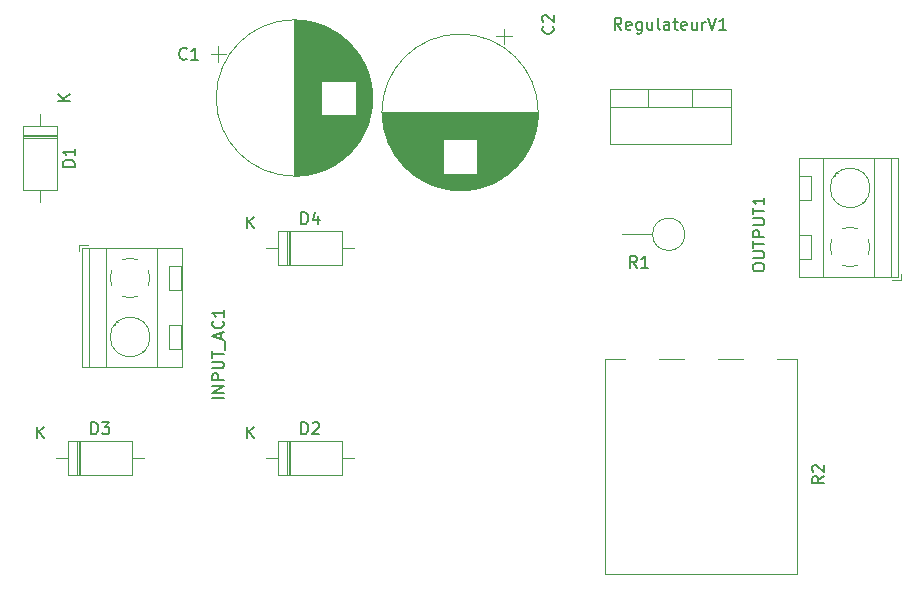
<source format=gbr>
%TF.GenerationSoftware,KiCad,Pcbnew,8.0.4*%
%TF.CreationDate,2024-08-26T23:26:11+02:00*%
%TF.ProjectId,regulateur_tension,72656775-6c61-4746-9575-725f74656e73,rev?*%
%TF.SameCoordinates,Original*%
%TF.FileFunction,Legend,Top*%
%TF.FilePolarity,Positive*%
%FSLAX46Y46*%
G04 Gerber Fmt 4.6, Leading zero omitted, Abs format (unit mm)*
G04 Created by KiCad (PCBNEW 8.0.4) date 2024-08-26 23:26:11*
%MOMM*%
%LPD*%
G01*
G04 APERTURE LIST*
%ADD10C,0.150000*%
%ADD11C,0.120000*%
G04 APERTURE END LIST*
D10*
X38554819Y-49434285D02*
X37554819Y-49434285D01*
X38554819Y-48958095D02*
X37554819Y-48958095D01*
X37554819Y-48958095D02*
X38554819Y-48386667D01*
X38554819Y-48386667D02*
X37554819Y-48386667D01*
X38554819Y-47910476D02*
X37554819Y-47910476D01*
X37554819Y-47910476D02*
X37554819Y-47529524D01*
X37554819Y-47529524D02*
X37602438Y-47434286D01*
X37602438Y-47434286D02*
X37650057Y-47386667D01*
X37650057Y-47386667D02*
X37745295Y-47339048D01*
X37745295Y-47339048D02*
X37888152Y-47339048D01*
X37888152Y-47339048D02*
X37983390Y-47386667D01*
X37983390Y-47386667D02*
X38031009Y-47434286D01*
X38031009Y-47434286D02*
X38078628Y-47529524D01*
X38078628Y-47529524D02*
X38078628Y-47910476D01*
X37554819Y-46910476D02*
X38364342Y-46910476D01*
X38364342Y-46910476D02*
X38459580Y-46862857D01*
X38459580Y-46862857D02*
X38507200Y-46815238D01*
X38507200Y-46815238D02*
X38554819Y-46720000D01*
X38554819Y-46720000D02*
X38554819Y-46529524D01*
X38554819Y-46529524D02*
X38507200Y-46434286D01*
X38507200Y-46434286D02*
X38459580Y-46386667D01*
X38459580Y-46386667D02*
X38364342Y-46339048D01*
X38364342Y-46339048D02*
X37554819Y-46339048D01*
X37554819Y-46005714D02*
X37554819Y-45434286D01*
X38554819Y-45720000D02*
X37554819Y-45720000D01*
X38650057Y-45339048D02*
X38650057Y-44577143D01*
X38269104Y-44386666D02*
X38269104Y-43910476D01*
X38554819Y-44481904D02*
X37554819Y-44148571D01*
X37554819Y-44148571D02*
X38554819Y-43815238D01*
X38459580Y-42910476D02*
X38507200Y-42958095D01*
X38507200Y-42958095D02*
X38554819Y-43100952D01*
X38554819Y-43100952D02*
X38554819Y-43196190D01*
X38554819Y-43196190D02*
X38507200Y-43339047D01*
X38507200Y-43339047D02*
X38411961Y-43434285D01*
X38411961Y-43434285D02*
X38316723Y-43481904D01*
X38316723Y-43481904D02*
X38126247Y-43529523D01*
X38126247Y-43529523D02*
X37983390Y-43529523D01*
X37983390Y-43529523D02*
X37792914Y-43481904D01*
X37792914Y-43481904D02*
X37697676Y-43434285D01*
X37697676Y-43434285D02*
X37602438Y-43339047D01*
X37602438Y-43339047D02*
X37554819Y-43196190D01*
X37554819Y-43196190D02*
X37554819Y-43100952D01*
X37554819Y-43100952D02*
X37602438Y-42958095D01*
X37602438Y-42958095D02*
X37650057Y-42910476D01*
X38554819Y-41958095D02*
X38554819Y-42529523D01*
X38554819Y-42243809D02*
X37554819Y-42243809D01*
X37554819Y-42243809D02*
X37697676Y-42339047D01*
X37697676Y-42339047D02*
X37792914Y-42434285D01*
X37792914Y-42434285D02*
X37840533Y-42529523D01*
X45101905Y-52474819D02*
X45101905Y-51474819D01*
X45101905Y-51474819D02*
X45340000Y-51474819D01*
X45340000Y-51474819D02*
X45482857Y-51522438D01*
X45482857Y-51522438D02*
X45578095Y-51617676D01*
X45578095Y-51617676D02*
X45625714Y-51712914D01*
X45625714Y-51712914D02*
X45673333Y-51903390D01*
X45673333Y-51903390D02*
X45673333Y-52046247D01*
X45673333Y-52046247D02*
X45625714Y-52236723D01*
X45625714Y-52236723D02*
X45578095Y-52331961D01*
X45578095Y-52331961D02*
X45482857Y-52427200D01*
X45482857Y-52427200D02*
X45340000Y-52474819D01*
X45340000Y-52474819D02*
X45101905Y-52474819D01*
X46054286Y-51570057D02*
X46101905Y-51522438D01*
X46101905Y-51522438D02*
X46197143Y-51474819D01*
X46197143Y-51474819D02*
X46435238Y-51474819D01*
X46435238Y-51474819D02*
X46530476Y-51522438D01*
X46530476Y-51522438D02*
X46578095Y-51570057D01*
X46578095Y-51570057D02*
X46625714Y-51665295D01*
X46625714Y-51665295D02*
X46625714Y-51760533D01*
X46625714Y-51760533D02*
X46578095Y-51903390D01*
X46578095Y-51903390D02*
X46006667Y-52474819D01*
X46006667Y-52474819D02*
X46625714Y-52474819D01*
X40498095Y-52844819D02*
X40498095Y-51844819D01*
X41069523Y-52844819D02*
X40640952Y-52273390D01*
X41069523Y-51844819D02*
X40498095Y-52416247D01*
X25904819Y-29828094D02*
X24904819Y-29828094D01*
X24904819Y-29828094D02*
X24904819Y-29589999D01*
X24904819Y-29589999D02*
X24952438Y-29447142D01*
X24952438Y-29447142D02*
X25047676Y-29351904D01*
X25047676Y-29351904D02*
X25142914Y-29304285D01*
X25142914Y-29304285D02*
X25333390Y-29256666D01*
X25333390Y-29256666D02*
X25476247Y-29256666D01*
X25476247Y-29256666D02*
X25666723Y-29304285D01*
X25666723Y-29304285D02*
X25761961Y-29351904D01*
X25761961Y-29351904D02*
X25857200Y-29447142D01*
X25857200Y-29447142D02*
X25904819Y-29589999D01*
X25904819Y-29589999D02*
X25904819Y-29828094D01*
X25904819Y-28304285D02*
X25904819Y-28875713D01*
X25904819Y-28589999D02*
X24904819Y-28589999D01*
X24904819Y-28589999D02*
X25047676Y-28685237D01*
X25047676Y-28685237D02*
X25142914Y-28780475D01*
X25142914Y-28780475D02*
X25190533Y-28875713D01*
X25534819Y-24271904D02*
X24534819Y-24271904D01*
X25534819Y-23700476D02*
X24963390Y-24129047D01*
X24534819Y-23700476D02*
X25106247Y-24271904D01*
X66399580Y-17946666D02*
X66447200Y-17994285D01*
X66447200Y-17994285D02*
X66494819Y-18137142D01*
X66494819Y-18137142D02*
X66494819Y-18232380D01*
X66494819Y-18232380D02*
X66447200Y-18375237D01*
X66447200Y-18375237D02*
X66351961Y-18470475D01*
X66351961Y-18470475D02*
X66256723Y-18518094D01*
X66256723Y-18518094D02*
X66066247Y-18565713D01*
X66066247Y-18565713D02*
X65923390Y-18565713D01*
X65923390Y-18565713D02*
X65732914Y-18518094D01*
X65732914Y-18518094D02*
X65637676Y-18470475D01*
X65637676Y-18470475D02*
X65542438Y-18375237D01*
X65542438Y-18375237D02*
X65494819Y-18232380D01*
X65494819Y-18232380D02*
X65494819Y-18137142D01*
X65494819Y-18137142D02*
X65542438Y-17994285D01*
X65542438Y-17994285D02*
X65590057Y-17946666D01*
X65590057Y-17565713D02*
X65542438Y-17518094D01*
X65542438Y-17518094D02*
X65494819Y-17422856D01*
X65494819Y-17422856D02*
X65494819Y-17184761D01*
X65494819Y-17184761D02*
X65542438Y-17089523D01*
X65542438Y-17089523D02*
X65590057Y-17041904D01*
X65590057Y-17041904D02*
X65685295Y-16994285D01*
X65685295Y-16994285D02*
X65780533Y-16994285D01*
X65780533Y-16994285D02*
X65923390Y-17041904D01*
X65923390Y-17041904D02*
X66494819Y-17613332D01*
X66494819Y-17613332D02*
X66494819Y-16994285D01*
X27321905Y-52474819D02*
X27321905Y-51474819D01*
X27321905Y-51474819D02*
X27560000Y-51474819D01*
X27560000Y-51474819D02*
X27702857Y-51522438D01*
X27702857Y-51522438D02*
X27798095Y-51617676D01*
X27798095Y-51617676D02*
X27845714Y-51712914D01*
X27845714Y-51712914D02*
X27893333Y-51903390D01*
X27893333Y-51903390D02*
X27893333Y-52046247D01*
X27893333Y-52046247D02*
X27845714Y-52236723D01*
X27845714Y-52236723D02*
X27798095Y-52331961D01*
X27798095Y-52331961D02*
X27702857Y-52427200D01*
X27702857Y-52427200D02*
X27560000Y-52474819D01*
X27560000Y-52474819D02*
X27321905Y-52474819D01*
X28226667Y-51474819D02*
X28845714Y-51474819D01*
X28845714Y-51474819D02*
X28512381Y-51855771D01*
X28512381Y-51855771D02*
X28655238Y-51855771D01*
X28655238Y-51855771D02*
X28750476Y-51903390D01*
X28750476Y-51903390D02*
X28798095Y-51951009D01*
X28798095Y-51951009D02*
X28845714Y-52046247D01*
X28845714Y-52046247D02*
X28845714Y-52284342D01*
X28845714Y-52284342D02*
X28798095Y-52379580D01*
X28798095Y-52379580D02*
X28750476Y-52427200D01*
X28750476Y-52427200D02*
X28655238Y-52474819D01*
X28655238Y-52474819D02*
X28369524Y-52474819D01*
X28369524Y-52474819D02*
X28274286Y-52427200D01*
X28274286Y-52427200D02*
X28226667Y-52379580D01*
X22718095Y-52844819D02*
X22718095Y-51844819D01*
X23289523Y-52844819D02*
X22860952Y-52273390D01*
X23289523Y-51844819D02*
X22718095Y-52416247D01*
X45101905Y-34694819D02*
X45101905Y-33694819D01*
X45101905Y-33694819D02*
X45340000Y-33694819D01*
X45340000Y-33694819D02*
X45482857Y-33742438D01*
X45482857Y-33742438D02*
X45578095Y-33837676D01*
X45578095Y-33837676D02*
X45625714Y-33932914D01*
X45625714Y-33932914D02*
X45673333Y-34123390D01*
X45673333Y-34123390D02*
X45673333Y-34266247D01*
X45673333Y-34266247D02*
X45625714Y-34456723D01*
X45625714Y-34456723D02*
X45578095Y-34551961D01*
X45578095Y-34551961D02*
X45482857Y-34647200D01*
X45482857Y-34647200D02*
X45340000Y-34694819D01*
X45340000Y-34694819D02*
X45101905Y-34694819D01*
X46530476Y-34028152D02*
X46530476Y-34694819D01*
X46292381Y-33647200D02*
X46054286Y-34361485D01*
X46054286Y-34361485D02*
X46673333Y-34361485D01*
X40498095Y-35064819D02*
X40498095Y-34064819D01*
X41069523Y-35064819D02*
X40640952Y-34493390D01*
X41069523Y-34064819D02*
X40498095Y-34636247D01*
X73493333Y-38384819D02*
X73160000Y-37908628D01*
X72921905Y-38384819D02*
X72921905Y-37384819D01*
X72921905Y-37384819D02*
X73302857Y-37384819D01*
X73302857Y-37384819D02*
X73398095Y-37432438D01*
X73398095Y-37432438D02*
X73445714Y-37480057D01*
X73445714Y-37480057D02*
X73493333Y-37575295D01*
X73493333Y-37575295D02*
X73493333Y-37718152D01*
X73493333Y-37718152D02*
X73445714Y-37813390D01*
X73445714Y-37813390D02*
X73398095Y-37861009D01*
X73398095Y-37861009D02*
X73302857Y-37908628D01*
X73302857Y-37908628D02*
X72921905Y-37908628D01*
X74445714Y-38384819D02*
X73874286Y-38384819D01*
X74160000Y-38384819D02*
X74160000Y-37384819D01*
X74160000Y-37384819D02*
X74064762Y-37527676D01*
X74064762Y-37527676D02*
X73969524Y-37622914D01*
X73969524Y-37622914D02*
X73874286Y-37670533D01*
X72200951Y-18234819D02*
X71867618Y-17758628D01*
X71629523Y-18234819D02*
X71629523Y-17234819D01*
X71629523Y-17234819D02*
X72010475Y-17234819D01*
X72010475Y-17234819D02*
X72105713Y-17282438D01*
X72105713Y-17282438D02*
X72153332Y-17330057D01*
X72153332Y-17330057D02*
X72200951Y-17425295D01*
X72200951Y-17425295D02*
X72200951Y-17568152D01*
X72200951Y-17568152D02*
X72153332Y-17663390D01*
X72153332Y-17663390D02*
X72105713Y-17711009D01*
X72105713Y-17711009D02*
X72010475Y-17758628D01*
X72010475Y-17758628D02*
X71629523Y-17758628D01*
X73010475Y-18187200D02*
X72915237Y-18234819D01*
X72915237Y-18234819D02*
X72724761Y-18234819D01*
X72724761Y-18234819D02*
X72629523Y-18187200D01*
X72629523Y-18187200D02*
X72581904Y-18091961D01*
X72581904Y-18091961D02*
X72581904Y-17711009D01*
X72581904Y-17711009D02*
X72629523Y-17615771D01*
X72629523Y-17615771D02*
X72724761Y-17568152D01*
X72724761Y-17568152D02*
X72915237Y-17568152D01*
X72915237Y-17568152D02*
X73010475Y-17615771D01*
X73010475Y-17615771D02*
X73058094Y-17711009D01*
X73058094Y-17711009D02*
X73058094Y-17806247D01*
X73058094Y-17806247D02*
X72581904Y-17901485D01*
X73915237Y-17568152D02*
X73915237Y-18377676D01*
X73915237Y-18377676D02*
X73867618Y-18472914D01*
X73867618Y-18472914D02*
X73819999Y-18520533D01*
X73819999Y-18520533D02*
X73724761Y-18568152D01*
X73724761Y-18568152D02*
X73581904Y-18568152D01*
X73581904Y-18568152D02*
X73486666Y-18520533D01*
X73915237Y-18187200D02*
X73819999Y-18234819D01*
X73819999Y-18234819D02*
X73629523Y-18234819D01*
X73629523Y-18234819D02*
X73534285Y-18187200D01*
X73534285Y-18187200D02*
X73486666Y-18139580D01*
X73486666Y-18139580D02*
X73439047Y-18044342D01*
X73439047Y-18044342D02*
X73439047Y-17758628D01*
X73439047Y-17758628D02*
X73486666Y-17663390D01*
X73486666Y-17663390D02*
X73534285Y-17615771D01*
X73534285Y-17615771D02*
X73629523Y-17568152D01*
X73629523Y-17568152D02*
X73819999Y-17568152D01*
X73819999Y-17568152D02*
X73915237Y-17615771D01*
X74819999Y-17568152D02*
X74819999Y-18234819D01*
X74391428Y-17568152D02*
X74391428Y-18091961D01*
X74391428Y-18091961D02*
X74439047Y-18187200D01*
X74439047Y-18187200D02*
X74534285Y-18234819D01*
X74534285Y-18234819D02*
X74677142Y-18234819D01*
X74677142Y-18234819D02*
X74772380Y-18187200D01*
X74772380Y-18187200D02*
X74819999Y-18139580D01*
X75439047Y-18234819D02*
X75343809Y-18187200D01*
X75343809Y-18187200D02*
X75296190Y-18091961D01*
X75296190Y-18091961D02*
X75296190Y-17234819D01*
X76248571Y-18234819D02*
X76248571Y-17711009D01*
X76248571Y-17711009D02*
X76200952Y-17615771D01*
X76200952Y-17615771D02*
X76105714Y-17568152D01*
X76105714Y-17568152D02*
X75915238Y-17568152D01*
X75915238Y-17568152D02*
X75820000Y-17615771D01*
X76248571Y-18187200D02*
X76153333Y-18234819D01*
X76153333Y-18234819D02*
X75915238Y-18234819D01*
X75915238Y-18234819D02*
X75820000Y-18187200D01*
X75820000Y-18187200D02*
X75772381Y-18091961D01*
X75772381Y-18091961D02*
X75772381Y-17996723D01*
X75772381Y-17996723D02*
X75820000Y-17901485D01*
X75820000Y-17901485D02*
X75915238Y-17853866D01*
X75915238Y-17853866D02*
X76153333Y-17853866D01*
X76153333Y-17853866D02*
X76248571Y-17806247D01*
X76581905Y-17568152D02*
X76962857Y-17568152D01*
X76724762Y-17234819D02*
X76724762Y-18091961D01*
X76724762Y-18091961D02*
X76772381Y-18187200D01*
X76772381Y-18187200D02*
X76867619Y-18234819D01*
X76867619Y-18234819D02*
X76962857Y-18234819D01*
X77677143Y-18187200D02*
X77581905Y-18234819D01*
X77581905Y-18234819D02*
X77391429Y-18234819D01*
X77391429Y-18234819D02*
X77296191Y-18187200D01*
X77296191Y-18187200D02*
X77248572Y-18091961D01*
X77248572Y-18091961D02*
X77248572Y-17711009D01*
X77248572Y-17711009D02*
X77296191Y-17615771D01*
X77296191Y-17615771D02*
X77391429Y-17568152D01*
X77391429Y-17568152D02*
X77581905Y-17568152D01*
X77581905Y-17568152D02*
X77677143Y-17615771D01*
X77677143Y-17615771D02*
X77724762Y-17711009D01*
X77724762Y-17711009D02*
X77724762Y-17806247D01*
X77724762Y-17806247D02*
X77248572Y-17901485D01*
X78581905Y-17568152D02*
X78581905Y-18234819D01*
X78153334Y-17568152D02*
X78153334Y-18091961D01*
X78153334Y-18091961D02*
X78200953Y-18187200D01*
X78200953Y-18187200D02*
X78296191Y-18234819D01*
X78296191Y-18234819D02*
X78439048Y-18234819D01*
X78439048Y-18234819D02*
X78534286Y-18187200D01*
X78534286Y-18187200D02*
X78581905Y-18139580D01*
X79058096Y-18234819D02*
X79058096Y-17568152D01*
X79058096Y-17758628D02*
X79105715Y-17663390D01*
X79105715Y-17663390D02*
X79153334Y-17615771D01*
X79153334Y-17615771D02*
X79248572Y-17568152D01*
X79248572Y-17568152D02*
X79343810Y-17568152D01*
X79534287Y-17234819D02*
X79867620Y-18234819D01*
X79867620Y-18234819D02*
X80200953Y-17234819D01*
X81058096Y-18234819D02*
X80486668Y-18234819D01*
X80772382Y-18234819D02*
X80772382Y-17234819D01*
X80772382Y-17234819D02*
X80677144Y-17377676D01*
X80677144Y-17377676D02*
X80581906Y-17472914D01*
X80581906Y-17472914D02*
X80486668Y-17520533D01*
X35393333Y-20679580D02*
X35345714Y-20727200D01*
X35345714Y-20727200D02*
X35202857Y-20774819D01*
X35202857Y-20774819D02*
X35107619Y-20774819D01*
X35107619Y-20774819D02*
X34964762Y-20727200D01*
X34964762Y-20727200D02*
X34869524Y-20631961D01*
X34869524Y-20631961D02*
X34821905Y-20536723D01*
X34821905Y-20536723D02*
X34774286Y-20346247D01*
X34774286Y-20346247D02*
X34774286Y-20203390D01*
X34774286Y-20203390D02*
X34821905Y-20012914D01*
X34821905Y-20012914D02*
X34869524Y-19917676D01*
X34869524Y-19917676D02*
X34964762Y-19822438D01*
X34964762Y-19822438D02*
X35107619Y-19774819D01*
X35107619Y-19774819D02*
X35202857Y-19774819D01*
X35202857Y-19774819D02*
X35345714Y-19822438D01*
X35345714Y-19822438D02*
X35393333Y-19870057D01*
X36345714Y-20774819D02*
X35774286Y-20774819D01*
X36060000Y-20774819D02*
X36060000Y-19774819D01*
X36060000Y-19774819D02*
X35964762Y-19917676D01*
X35964762Y-19917676D02*
X35869524Y-20012914D01*
X35869524Y-20012914D02*
X35774286Y-20060533D01*
X89354819Y-56046666D02*
X88878628Y-56379999D01*
X89354819Y-56618094D02*
X88354819Y-56618094D01*
X88354819Y-56618094D02*
X88354819Y-56237142D01*
X88354819Y-56237142D02*
X88402438Y-56141904D01*
X88402438Y-56141904D02*
X88450057Y-56094285D01*
X88450057Y-56094285D02*
X88545295Y-56046666D01*
X88545295Y-56046666D02*
X88688152Y-56046666D01*
X88688152Y-56046666D02*
X88783390Y-56094285D01*
X88783390Y-56094285D02*
X88831009Y-56141904D01*
X88831009Y-56141904D02*
X88878628Y-56237142D01*
X88878628Y-56237142D02*
X88878628Y-56618094D01*
X88450057Y-55665713D02*
X88402438Y-55618094D01*
X88402438Y-55618094D02*
X88354819Y-55522856D01*
X88354819Y-55522856D02*
X88354819Y-55284761D01*
X88354819Y-55284761D02*
X88402438Y-55189523D01*
X88402438Y-55189523D02*
X88450057Y-55141904D01*
X88450057Y-55141904D02*
X88545295Y-55094285D01*
X88545295Y-55094285D02*
X88640533Y-55094285D01*
X88640533Y-55094285D02*
X88783390Y-55141904D01*
X88783390Y-55141904D02*
X89354819Y-55713332D01*
X89354819Y-55713332D02*
X89354819Y-55094285D01*
X83314819Y-38440952D02*
X83314819Y-38250476D01*
X83314819Y-38250476D02*
X83362438Y-38155238D01*
X83362438Y-38155238D02*
X83457676Y-38060000D01*
X83457676Y-38060000D02*
X83648152Y-38012381D01*
X83648152Y-38012381D02*
X83981485Y-38012381D01*
X83981485Y-38012381D02*
X84171961Y-38060000D01*
X84171961Y-38060000D02*
X84267200Y-38155238D01*
X84267200Y-38155238D02*
X84314819Y-38250476D01*
X84314819Y-38250476D02*
X84314819Y-38440952D01*
X84314819Y-38440952D02*
X84267200Y-38536190D01*
X84267200Y-38536190D02*
X84171961Y-38631428D01*
X84171961Y-38631428D02*
X83981485Y-38679047D01*
X83981485Y-38679047D02*
X83648152Y-38679047D01*
X83648152Y-38679047D02*
X83457676Y-38631428D01*
X83457676Y-38631428D02*
X83362438Y-38536190D01*
X83362438Y-38536190D02*
X83314819Y-38440952D01*
X83314819Y-37583809D02*
X84124342Y-37583809D01*
X84124342Y-37583809D02*
X84219580Y-37536190D01*
X84219580Y-37536190D02*
X84267200Y-37488571D01*
X84267200Y-37488571D02*
X84314819Y-37393333D01*
X84314819Y-37393333D02*
X84314819Y-37202857D01*
X84314819Y-37202857D02*
X84267200Y-37107619D01*
X84267200Y-37107619D02*
X84219580Y-37060000D01*
X84219580Y-37060000D02*
X84124342Y-37012381D01*
X84124342Y-37012381D02*
X83314819Y-37012381D01*
X83314819Y-36679047D02*
X83314819Y-36107619D01*
X84314819Y-36393333D02*
X83314819Y-36393333D01*
X84314819Y-35774285D02*
X83314819Y-35774285D01*
X83314819Y-35774285D02*
X83314819Y-35393333D01*
X83314819Y-35393333D02*
X83362438Y-35298095D01*
X83362438Y-35298095D02*
X83410057Y-35250476D01*
X83410057Y-35250476D02*
X83505295Y-35202857D01*
X83505295Y-35202857D02*
X83648152Y-35202857D01*
X83648152Y-35202857D02*
X83743390Y-35250476D01*
X83743390Y-35250476D02*
X83791009Y-35298095D01*
X83791009Y-35298095D02*
X83838628Y-35393333D01*
X83838628Y-35393333D02*
X83838628Y-35774285D01*
X83314819Y-34774285D02*
X84124342Y-34774285D01*
X84124342Y-34774285D02*
X84219580Y-34726666D01*
X84219580Y-34726666D02*
X84267200Y-34679047D01*
X84267200Y-34679047D02*
X84314819Y-34583809D01*
X84314819Y-34583809D02*
X84314819Y-34393333D01*
X84314819Y-34393333D02*
X84267200Y-34298095D01*
X84267200Y-34298095D02*
X84219580Y-34250476D01*
X84219580Y-34250476D02*
X84124342Y-34202857D01*
X84124342Y-34202857D02*
X83314819Y-34202857D01*
X83314819Y-33869523D02*
X83314819Y-33298095D01*
X84314819Y-33583809D02*
X83314819Y-33583809D01*
X84314819Y-32440952D02*
X84314819Y-33012380D01*
X84314819Y-32726666D02*
X83314819Y-32726666D01*
X83314819Y-32726666D02*
X83457676Y-32821904D01*
X83457676Y-32821904D02*
X83552914Y-32917142D01*
X83552914Y-32917142D02*
X83600533Y-33012380D01*
D11*
%TO.C,INPUT_AC1*%
X32280000Y-44250000D02*
G75*
G02*
X28920000Y-44250000I-1680000J0D01*
G01*
X28920000Y-44250000D02*
G75*
G02*
X32280000Y-44250000I1680000J0D01*
G01*
X32135427Y-38566958D02*
G75*
G02*
X32135000Y-39934000I-1535420J-683041D01*
G01*
X31283042Y-40785427D02*
G75*
G02*
X29916000Y-40785000I-683042J1535427D01*
G01*
X29916958Y-37714573D02*
G75*
G02*
X31284000Y-37715000I683041J-1535420D01*
G01*
X29065244Y-39933318D02*
G75*
G02*
X28920000Y-39250000I1534756J683318D01*
G01*
X28919747Y-39278805D02*
G75*
G02*
X29065000Y-38566000I1680254J28806D01*
G01*
X34960000Y-46810000D02*
X26540000Y-46810000D01*
X34960000Y-36690000D02*
X34960000Y-46810000D01*
X34960000Y-36690000D02*
X26540000Y-36690000D01*
X34900000Y-45250000D02*
X33900000Y-45250000D01*
X34900000Y-43250000D02*
X34900000Y-45250000D01*
X34900000Y-43250000D02*
X33900000Y-43250000D01*
X34900000Y-40250000D02*
X33900000Y-40250000D01*
X34900000Y-38250000D02*
X34900000Y-40250000D01*
X34900000Y-38250000D02*
X33900000Y-38250000D01*
X33900000Y-43250000D02*
X33900000Y-45250000D01*
X33900000Y-38250000D02*
X33900000Y-40250000D01*
X32901000Y-36690000D02*
X32901000Y-46810000D01*
X31875000Y-45320000D02*
X31839000Y-45285000D01*
X31669000Y-45525000D02*
X31623000Y-45478000D01*
X29577000Y-43023000D02*
X29531000Y-42976000D01*
X29361000Y-43216000D02*
X29326000Y-43181000D01*
X28600000Y-36690000D02*
X28600000Y-46810000D01*
X27100000Y-36690000D02*
X27100000Y-46810000D01*
X27040000Y-36450000D02*
X26300000Y-36450000D01*
X26540000Y-36690000D02*
X26540000Y-46810000D01*
X26300000Y-36450000D02*
X26300000Y-36950000D01*
%TO.C,D2*%
X49580000Y-54490000D02*
X48560000Y-54490000D01*
X48560000Y-55960000D02*
X48560000Y-53020000D01*
X48560000Y-53020000D02*
X43120000Y-53020000D01*
X44140000Y-53020000D02*
X44140000Y-55960000D01*
X44020000Y-53020000D02*
X44020000Y-55960000D01*
X43900000Y-53020000D02*
X43900000Y-55960000D01*
X43120000Y-55960000D02*
X48560000Y-55960000D01*
X43120000Y-53020000D02*
X43120000Y-55960000D01*
X42100000Y-54490000D02*
X43120000Y-54490000D01*
%TO.C,D1*%
X22980000Y-25350000D02*
X22980000Y-26370000D01*
X24450000Y-26370000D02*
X21510000Y-26370000D01*
X21510000Y-26370000D02*
X21510000Y-31810000D01*
X24450000Y-27150000D02*
X21510000Y-27150000D01*
X24450000Y-27270000D02*
X21510000Y-27270000D01*
X24450000Y-27390000D02*
X21510000Y-27390000D01*
X24450000Y-31810000D02*
X24450000Y-26370000D01*
X21510000Y-31810000D02*
X24450000Y-31810000D01*
X22980000Y-32830000D02*
X22980000Y-31810000D01*
%TO.C,C2*%
X62255000Y-18135431D02*
X62255000Y-19435431D01*
X62905000Y-18785431D02*
X61605000Y-18785431D01*
X65120000Y-25220000D02*
X51960000Y-25220000D01*
X65120000Y-25260000D02*
X51960000Y-25260000D01*
X65120000Y-25300000D02*
X51960000Y-25300000D01*
X65119000Y-25340000D02*
X51961000Y-25340000D01*
X65119000Y-25380000D02*
X51961000Y-25380000D01*
X65117000Y-25420000D02*
X51963000Y-25420000D01*
X65116000Y-25460000D02*
X51964000Y-25460000D01*
X65115000Y-25500000D02*
X51965000Y-25500000D01*
X65113000Y-25540000D02*
X51967000Y-25540000D01*
X65111000Y-25580000D02*
X51969000Y-25580000D01*
X65108000Y-25620000D02*
X51972000Y-25620000D01*
X65106000Y-25660000D02*
X51974000Y-25660000D01*
X65103000Y-25700000D02*
X51977000Y-25700000D01*
X65100000Y-25740000D02*
X51980000Y-25740000D01*
X65097000Y-25780000D02*
X51983000Y-25780000D01*
X65093000Y-25820000D02*
X51987000Y-25820000D01*
X65089000Y-25860000D02*
X51991000Y-25860000D01*
X65085000Y-25900000D02*
X51995000Y-25900000D01*
X65081000Y-25941000D02*
X51999000Y-25941000D01*
X65077000Y-25981000D02*
X52003000Y-25981000D01*
X65072000Y-26021000D02*
X52008000Y-26021000D01*
X65067000Y-26061000D02*
X52013000Y-26061000D01*
X65062000Y-26101000D02*
X52018000Y-26101000D01*
X65056000Y-26141000D02*
X52024000Y-26141000D01*
X65051000Y-26181000D02*
X52029000Y-26181000D01*
X65045000Y-26221000D02*
X52035000Y-26221000D01*
X65038000Y-26261000D02*
X52042000Y-26261000D01*
X65032000Y-26301000D02*
X52048000Y-26301000D01*
X65025000Y-26341000D02*
X52055000Y-26341000D01*
X65018000Y-26381000D02*
X52062000Y-26381000D01*
X65011000Y-26421000D02*
X52069000Y-26421000D01*
X65003000Y-26461000D02*
X52077000Y-26461000D01*
X64996000Y-26501000D02*
X52084000Y-26501000D01*
X64988000Y-26541000D02*
X52092000Y-26541000D01*
X64979000Y-26581000D02*
X52101000Y-26581000D01*
X64971000Y-26621000D02*
X52109000Y-26621000D01*
X64962000Y-26661000D02*
X52118000Y-26661000D01*
X64953000Y-26701000D02*
X52127000Y-26701000D01*
X64944000Y-26741000D02*
X52136000Y-26741000D01*
X64934000Y-26781000D02*
X52146000Y-26781000D01*
X64924000Y-26821000D02*
X52156000Y-26821000D01*
X64914000Y-26861000D02*
X52166000Y-26861000D01*
X64904000Y-26901000D02*
X52176000Y-26901000D01*
X64893000Y-26941000D02*
X52187000Y-26941000D01*
X64882000Y-26981000D02*
X52198000Y-26981000D01*
X64871000Y-27021000D02*
X52209000Y-27021000D01*
X64860000Y-27061000D02*
X52220000Y-27061000D01*
X64848000Y-27101000D02*
X52232000Y-27101000D01*
X64836000Y-27141000D02*
X52244000Y-27141000D01*
X64824000Y-27181000D02*
X52256000Y-27181000D01*
X64811000Y-27221000D02*
X52269000Y-27221000D01*
X64798000Y-27261000D02*
X52282000Y-27261000D01*
X64785000Y-27301000D02*
X52295000Y-27301000D01*
X64772000Y-27341000D02*
X52308000Y-27341000D01*
X64758000Y-27381000D02*
X52322000Y-27381000D01*
X64744000Y-27421000D02*
X52336000Y-27421000D01*
X64730000Y-27461000D02*
X52350000Y-27461000D01*
X64715000Y-27501000D02*
X52365000Y-27501000D01*
X64701000Y-27541000D02*
X59980000Y-27541000D01*
X57100000Y-27541000D02*
X52379000Y-27541000D01*
X64686000Y-27581000D02*
X59980000Y-27581000D01*
X57100000Y-27581000D02*
X52394000Y-27581000D01*
X64670000Y-27621000D02*
X59980000Y-27621000D01*
X57100000Y-27621000D02*
X52410000Y-27621000D01*
X64654000Y-27661000D02*
X59980000Y-27661000D01*
X57100000Y-27661000D02*
X52426000Y-27661000D01*
X64638000Y-27701000D02*
X59980000Y-27701000D01*
X57100000Y-27701000D02*
X52442000Y-27701000D01*
X64622000Y-27741000D02*
X59980000Y-27741000D01*
X57100000Y-27741000D02*
X52458000Y-27741000D01*
X64605000Y-27781000D02*
X59980000Y-27781000D01*
X57100000Y-27781000D02*
X52475000Y-27781000D01*
X64589000Y-27821000D02*
X59980000Y-27821000D01*
X57100000Y-27821000D02*
X52491000Y-27821000D01*
X64571000Y-27861000D02*
X59980000Y-27861000D01*
X57100000Y-27861000D02*
X52509000Y-27861000D01*
X64554000Y-27901000D02*
X59980000Y-27901000D01*
X57100000Y-27901000D02*
X52526000Y-27901000D01*
X64536000Y-27941000D02*
X59980000Y-27941000D01*
X57100000Y-27941000D02*
X52544000Y-27941000D01*
X64518000Y-27981000D02*
X59980000Y-27981000D01*
X57100000Y-27981000D02*
X52562000Y-27981000D01*
X64499000Y-28021000D02*
X59980000Y-28021000D01*
X57100000Y-28021000D02*
X52581000Y-28021000D01*
X64480000Y-28061000D02*
X59980000Y-28061000D01*
X57100000Y-28061000D02*
X52600000Y-28061000D01*
X64461000Y-28101000D02*
X59980000Y-28101000D01*
X57100000Y-28101000D02*
X52619000Y-28101000D01*
X64442000Y-28141000D02*
X59980000Y-28141000D01*
X57100000Y-28141000D02*
X52638000Y-28141000D01*
X64422000Y-28181000D02*
X59980000Y-28181000D01*
X57100000Y-28181000D02*
X52658000Y-28181000D01*
X64402000Y-28221000D02*
X59980000Y-28221000D01*
X57100000Y-28221000D02*
X52678000Y-28221000D01*
X64381000Y-28261000D02*
X59980000Y-28261000D01*
X57100000Y-28261000D02*
X52699000Y-28261000D01*
X64360000Y-28301000D02*
X59980000Y-28301000D01*
X57100000Y-28301000D02*
X52720000Y-28301000D01*
X64339000Y-28341000D02*
X59980000Y-28341000D01*
X57100000Y-28341000D02*
X52741000Y-28341000D01*
X64318000Y-28381000D02*
X59980000Y-28381000D01*
X57100000Y-28381000D02*
X52762000Y-28381000D01*
X64296000Y-28421000D02*
X59980000Y-28421000D01*
X57100000Y-28421000D02*
X52784000Y-28421000D01*
X64273000Y-28461000D02*
X59980000Y-28461000D01*
X57100000Y-28461000D02*
X52807000Y-28461000D01*
X64251000Y-28501000D02*
X59980000Y-28501000D01*
X57100000Y-28501000D02*
X52829000Y-28501000D01*
X64228000Y-28541000D02*
X59980000Y-28541000D01*
X57100000Y-28541000D02*
X52852000Y-28541000D01*
X64204000Y-28581000D02*
X59980000Y-28581000D01*
X57100000Y-28581000D02*
X52876000Y-28581000D01*
X64181000Y-28621000D02*
X59980000Y-28621000D01*
X57100000Y-28621000D02*
X52899000Y-28621000D01*
X64157000Y-28661000D02*
X59980000Y-28661000D01*
X57100000Y-28661000D02*
X52923000Y-28661000D01*
X64132000Y-28701000D02*
X59980000Y-28701000D01*
X57100000Y-28701000D02*
X52948000Y-28701000D01*
X64107000Y-28741000D02*
X59980000Y-28741000D01*
X57100000Y-28741000D02*
X52973000Y-28741000D01*
X64082000Y-28781000D02*
X59980000Y-28781000D01*
X57100000Y-28781000D02*
X52998000Y-28781000D01*
X64056000Y-28821000D02*
X59980000Y-28821000D01*
X57100000Y-28821000D02*
X53024000Y-28821000D01*
X64030000Y-28861000D02*
X59980000Y-28861000D01*
X57100000Y-28861000D02*
X53050000Y-28861000D01*
X64003000Y-28901000D02*
X59980000Y-28901000D01*
X57100000Y-28901000D02*
X53077000Y-28901000D01*
X63976000Y-28941000D02*
X59980000Y-28941000D01*
X57100000Y-28941000D02*
X53104000Y-28941000D01*
X63949000Y-28981000D02*
X59980000Y-28981000D01*
X57100000Y-28981000D02*
X53131000Y-28981000D01*
X63921000Y-29021000D02*
X59980000Y-29021000D01*
X57100000Y-29021000D02*
X53159000Y-29021000D01*
X63893000Y-29061000D02*
X59980000Y-29061000D01*
X57100000Y-29061000D02*
X53187000Y-29061000D01*
X63864000Y-29101000D02*
X59980000Y-29101000D01*
X57100000Y-29101000D02*
X53216000Y-29101000D01*
X63835000Y-29141000D02*
X59980000Y-29141000D01*
X57100000Y-29141000D02*
X53245000Y-29141000D01*
X63805000Y-29181000D02*
X59980000Y-29181000D01*
X57100000Y-29181000D02*
X53275000Y-29181000D01*
X63775000Y-29221000D02*
X59980000Y-29221000D01*
X57100000Y-29221000D02*
X53305000Y-29221000D01*
X63745000Y-29261000D02*
X59980000Y-29261000D01*
X57100000Y-29261000D02*
X53335000Y-29261000D01*
X63714000Y-29301000D02*
X59980000Y-29301000D01*
X57100000Y-29301000D02*
X53366000Y-29301000D01*
X63682000Y-29341000D02*
X59980000Y-29341000D01*
X57100000Y-29341000D02*
X53398000Y-29341000D01*
X63650000Y-29381000D02*
X59980000Y-29381000D01*
X57100000Y-29381000D02*
X53430000Y-29381000D01*
X63618000Y-29421000D02*
X59980000Y-29421000D01*
X57100000Y-29421000D02*
X53462000Y-29421000D01*
X63584000Y-29461000D02*
X59980000Y-29461000D01*
X57100000Y-29461000D02*
X53496000Y-29461000D01*
X63551000Y-29501000D02*
X59980000Y-29501000D01*
X57100000Y-29501000D02*
X53529000Y-29501000D01*
X63517000Y-29541000D02*
X59980000Y-29541000D01*
X57100000Y-29541000D02*
X53563000Y-29541000D01*
X63482000Y-29581000D02*
X59980000Y-29581000D01*
X57100000Y-29581000D02*
X53598000Y-29581000D01*
X63447000Y-29621000D02*
X59980000Y-29621000D01*
X57100000Y-29621000D02*
X53633000Y-29621000D01*
X63411000Y-29661000D02*
X59980000Y-29661000D01*
X57100000Y-29661000D02*
X53669000Y-29661000D01*
X63374000Y-29701000D02*
X59980000Y-29701000D01*
X57100000Y-29701000D02*
X53706000Y-29701000D01*
X63337000Y-29741000D02*
X59980000Y-29741000D01*
X57100000Y-29741000D02*
X53743000Y-29741000D01*
X63300000Y-29781000D02*
X59980000Y-29781000D01*
X57100000Y-29781000D02*
X53780000Y-29781000D01*
X63261000Y-29821000D02*
X59980000Y-29821000D01*
X57100000Y-29821000D02*
X53819000Y-29821000D01*
X63222000Y-29861000D02*
X59980000Y-29861000D01*
X57100000Y-29861000D02*
X53858000Y-29861000D01*
X63183000Y-29901000D02*
X59980000Y-29901000D01*
X57100000Y-29901000D02*
X53897000Y-29901000D01*
X63142000Y-29941000D02*
X59980000Y-29941000D01*
X57100000Y-29941000D02*
X53938000Y-29941000D01*
X63101000Y-29981000D02*
X59980000Y-29981000D01*
X57100000Y-29981000D02*
X53979000Y-29981000D01*
X63059000Y-30021000D02*
X59980000Y-30021000D01*
X57100000Y-30021000D02*
X54021000Y-30021000D01*
X63017000Y-30061000D02*
X59980000Y-30061000D01*
X57100000Y-30061000D02*
X54063000Y-30061000D01*
X62974000Y-30101000D02*
X59980000Y-30101000D01*
X57100000Y-30101000D02*
X54106000Y-30101000D01*
X62930000Y-30141000D02*
X59980000Y-30141000D01*
X57100000Y-30141000D02*
X54150000Y-30141000D01*
X62885000Y-30181000D02*
X59980000Y-30181000D01*
X57100000Y-30181000D02*
X54195000Y-30181000D01*
X62839000Y-30221000D02*
X59980000Y-30221000D01*
X57100000Y-30221000D02*
X54241000Y-30221000D01*
X62793000Y-30261000D02*
X59980000Y-30261000D01*
X57100000Y-30261000D02*
X54287000Y-30261000D01*
X62745000Y-30301000D02*
X59980000Y-30301000D01*
X57100000Y-30301000D02*
X54335000Y-30301000D01*
X62697000Y-30341000D02*
X59980000Y-30341000D01*
X57100000Y-30341000D02*
X54383000Y-30341000D01*
X62648000Y-30381000D02*
X59980000Y-30381000D01*
X57100000Y-30381000D02*
X54432000Y-30381000D01*
X62597000Y-30421000D02*
X54483000Y-30421000D01*
X62546000Y-30461000D02*
X54534000Y-30461000D01*
X62494000Y-30501000D02*
X54586000Y-30501000D01*
X62440000Y-30541000D02*
X54640000Y-30541000D01*
X62386000Y-30581000D02*
X54694000Y-30581000D01*
X62330000Y-30621000D02*
X54750000Y-30621000D01*
X62273000Y-30661000D02*
X54807000Y-30661000D01*
X62215000Y-30701000D02*
X54865000Y-30701000D01*
X62155000Y-30741000D02*
X54925000Y-30741000D01*
X62094000Y-30781000D02*
X54986000Y-30781000D01*
X62031000Y-30821000D02*
X55049000Y-30821000D01*
X61967000Y-30861000D02*
X55113000Y-30861000D01*
X61901000Y-30901000D02*
X55179000Y-30901000D01*
X61833000Y-30941000D02*
X55247000Y-30941000D01*
X61763000Y-30981000D02*
X55317000Y-30981000D01*
X61692000Y-31021000D02*
X55388000Y-31021000D01*
X61618000Y-31061000D02*
X55462000Y-31061000D01*
X61542000Y-31101000D02*
X55538000Y-31101000D01*
X61463000Y-31141000D02*
X55617000Y-31141000D01*
X61382000Y-31181000D02*
X55698000Y-31181000D01*
X61298000Y-31221000D02*
X55782000Y-31221000D01*
X61210000Y-31261000D02*
X55870000Y-31261000D01*
X61119000Y-31301000D02*
X55961000Y-31301000D01*
X61024000Y-31341000D02*
X56056000Y-31341000D01*
X60925000Y-31381000D02*
X56155000Y-31381000D01*
X60821000Y-31421000D02*
X56259000Y-31421000D01*
X60711000Y-31461000D02*
X56369000Y-31461000D01*
X60595000Y-31501000D02*
X56485000Y-31501000D01*
X60471000Y-31541000D02*
X56609000Y-31541000D01*
X60338000Y-31581000D02*
X56742000Y-31581000D01*
X60193000Y-31621000D02*
X56887000Y-31621000D01*
X60034000Y-31661000D02*
X57046000Y-31661000D01*
X59855000Y-31701000D02*
X57225000Y-31701000D01*
X59647000Y-31741000D02*
X57433000Y-31741000D01*
X59390000Y-31781000D02*
X57690000Y-31781000D01*
X59015000Y-31821000D02*
X58065000Y-31821000D01*
X65160000Y-25220000D02*
G75*
G02*
X51920000Y-25220000I-6620000J0D01*
G01*
X51920000Y-25220000D02*
G75*
G02*
X65160000Y-25220000I6620000J0D01*
G01*
%TO.C,D3*%
X24320000Y-54490000D02*
X25340000Y-54490000D01*
X25340000Y-53020000D02*
X25340000Y-55960000D01*
X25340000Y-55960000D02*
X30780000Y-55960000D01*
X26120000Y-53020000D02*
X26120000Y-55960000D01*
X26240000Y-53020000D02*
X26240000Y-55960000D01*
X26360000Y-53020000D02*
X26360000Y-55960000D01*
X30780000Y-53020000D02*
X25340000Y-53020000D01*
X30780000Y-55960000D02*
X30780000Y-53020000D01*
X31800000Y-54490000D02*
X30780000Y-54490000D01*
%TO.C,D4*%
X49580000Y-36710000D02*
X48560000Y-36710000D01*
X48560000Y-38180000D02*
X48560000Y-35240000D01*
X48560000Y-35240000D02*
X43120000Y-35240000D01*
X44140000Y-35240000D02*
X44140000Y-38180000D01*
X44020000Y-35240000D02*
X44020000Y-38180000D01*
X43900000Y-35240000D02*
X43900000Y-38180000D01*
X43120000Y-38180000D02*
X48560000Y-38180000D01*
X43120000Y-35240000D02*
X43120000Y-38180000D01*
X42100000Y-36710000D02*
X43120000Y-36710000D01*
%TO.C,R1*%
X77570000Y-35560000D02*
G75*
G02*
X74830000Y-35560000I-1370000J0D01*
G01*
X74830000Y-35560000D02*
G75*
G02*
X77570000Y-35560000I1370000J0D01*
G01*
X74830000Y-35560000D02*
X72220000Y-35560000D01*
%TO.C,RegulateurV1*%
X81440000Y-23280000D02*
X81440000Y-27921000D01*
X78171000Y-23280000D02*
X78171000Y-24790000D01*
X74470000Y-23280000D02*
X74470000Y-24790000D01*
X71200000Y-27921000D02*
X81440000Y-27921000D01*
X71200000Y-24790000D02*
X81440000Y-24790000D01*
X71200000Y-23280000D02*
X81440000Y-23280000D01*
X71200000Y-23280000D02*
X71200000Y-27921000D01*
%TO.C,C1*%
X37425431Y-20295000D02*
X38725431Y-20295000D01*
X38075431Y-19645000D02*
X38075431Y-20945000D01*
X44510000Y-17430000D02*
X44510000Y-30590000D01*
X44550000Y-17430000D02*
X44550000Y-30590000D01*
X44590000Y-17430000D02*
X44590000Y-30590000D01*
X44630000Y-17431000D02*
X44630000Y-30589000D01*
X44670000Y-17431000D02*
X44670000Y-30589000D01*
X44710000Y-17433000D02*
X44710000Y-30587000D01*
X44750000Y-17434000D02*
X44750000Y-30586000D01*
X44790000Y-17435000D02*
X44790000Y-30585000D01*
X44830000Y-17437000D02*
X44830000Y-30583000D01*
X44870000Y-17439000D02*
X44870000Y-30581000D01*
X44910000Y-17442000D02*
X44910000Y-30578000D01*
X44950000Y-17444000D02*
X44950000Y-30576000D01*
X44990000Y-17447000D02*
X44990000Y-30573000D01*
X45030000Y-17450000D02*
X45030000Y-30570000D01*
X45070000Y-17453000D02*
X45070000Y-30567000D01*
X45110000Y-17457000D02*
X45110000Y-30563000D01*
X45150000Y-17461000D02*
X45150000Y-30559000D01*
X45190000Y-17465000D02*
X45190000Y-30555000D01*
X45231000Y-17469000D02*
X45231000Y-30551000D01*
X45271000Y-17473000D02*
X45271000Y-30547000D01*
X45311000Y-17478000D02*
X45311000Y-30542000D01*
X45351000Y-17483000D02*
X45351000Y-30537000D01*
X45391000Y-17488000D02*
X45391000Y-30532000D01*
X45431000Y-17494000D02*
X45431000Y-30526000D01*
X45471000Y-17499000D02*
X45471000Y-30521000D01*
X45511000Y-17505000D02*
X45511000Y-30515000D01*
X45551000Y-17512000D02*
X45551000Y-30508000D01*
X45591000Y-17518000D02*
X45591000Y-30502000D01*
X45631000Y-17525000D02*
X45631000Y-30495000D01*
X45671000Y-17532000D02*
X45671000Y-30488000D01*
X45711000Y-17539000D02*
X45711000Y-30481000D01*
X45751000Y-17547000D02*
X45751000Y-30473000D01*
X45791000Y-17554000D02*
X45791000Y-30466000D01*
X45831000Y-17562000D02*
X45831000Y-30458000D01*
X45871000Y-17571000D02*
X45871000Y-30449000D01*
X45911000Y-17579000D02*
X45911000Y-30441000D01*
X45951000Y-17588000D02*
X45951000Y-30432000D01*
X45991000Y-17597000D02*
X45991000Y-30423000D01*
X46031000Y-17606000D02*
X46031000Y-30414000D01*
X46071000Y-17616000D02*
X46071000Y-30404000D01*
X46111000Y-17626000D02*
X46111000Y-30394000D01*
X46151000Y-17636000D02*
X46151000Y-30384000D01*
X46191000Y-17646000D02*
X46191000Y-30374000D01*
X46231000Y-17657000D02*
X46231000Y-30363000D01*
X46271000Y-17668000D02*
X46271000Y-30352000D01*
X46311000Y-17679000D02*
X46311000Y-30341000D01*
X46351000Y-17690000D02*
X46351000Y-30330000D01*
X46391000Y-17702000D02*
X46391000Y-30318000D01*
X46431000Y-17714000D02*
X46431000Y-30306000D01*
X46471000Y-17726000D02*
X46471000Y-30294000D01*
X46511000Y-17739000D02*
X46511000Y-30281000D01*
X46551000Y-17752000D02*
X46551000Y-30268000D01*
X46591000Y-17765000D02*
X46591000Y-30255000D01*
X46631000Y-17778000D02*
X46631000Y-30242000D01*
X46671000Y-17792000D02*
X46671000Y-30228000D01*
X46711000Y-17806000D02*
X46711000Y-30214000D01*
X46751000Y-17820000D02*
X46751000Y-30200000D01*
X46791000Y-17835000D02*
X46791000Y-30185000D01*
X46831000Y-17849000D02*
X46831000Y-22570000D01*
X46831000Y-25450000D02*
X46831000Y-30171000D01*
X46871000Y-17864000D02*
X46871000Y-22570000D01*
X46871000Y-25450000D02*
X46871000Y-30156000D01*
X46911000Y-17880000D02*
X46911000Y-22570000D01*
X46911000Y-25450000D02*
X46911000Y-30140000D01*
X46951000Y-17896000D02*
X46951000Y-22570000D01*
X46951000Y-25450000D02*
X46951000Y-30124000D01*
X46991000Y-17912000D02*
X46991000Y-22570000D01*
X46991000Y-25450000D02*
X46991000Y-30108000D01*
X47031000Y-17928000D02*
X47031000Y-22570000D01*
X47031000Y-25450000D02*
X47031000Y-30092000D01*
X47071000Y-17945000D02*
X47071000Y-22570000D01*
X47071000Y-25450000D02*
X47071000Y-30075000D01*
X47111000Y-17961000D02*
X47111000Y-22570000D01*
X47111000Y-25450000D02*
X47111000Y-30059000D01*
X47151000Y-17979000D02*
X47151000Y-22570000D01*
X47151000Y-25450000D02*
X47151000Y-30041000D01*
X47191000Y-17996000D02*
X47191000Y-22570000D01*
X47191000Y-25450000D02*
X47191000Y-30024000D01*
X47231000Y-18014000D02*
X47231000Y-22570000D01*
X47231000Y-25450000D02*
X47231000Y-30006000D01*
X47271000Y-18032000D02*
X47271000Y-22570000D01*
X47271000Y-25450000D02*
X47271000Y-29988000D01*
X47311000Y-18051000D02*
X47311000Y-22570000D01*
X47311000Y-25450000D02*
X47311000Y-29969000D01*
X47351000Y-18070000D02*
X47351000Y-22570000D01*
X47351000Y-25450000D02*
X47351000Y-29950000D01*
X47391000Y-18089000D02*
X47391000Y-22570000D01*
X47391000Y-25450000D02*
X47391000Y-29931000D01*
X47431000Y-18108000D02*
X47431000Y-22570000D01*
X47431000Y-25450000D02*
X47431000Y-29912000D01*
X47471000Y-18128000D02*
X47471000Y-22570000D01*
X47471000Y-25450000D02*
X47471000Y-29892000D01*
X47511000Y-18148000D02*
X47511000Y-22570000D01*
X47511000Y-25450000D02*
X47511000Y-29872000D01*
X47551000Y-18169000D02*
X47551000Y-22570000D01*
X47551000Y-25450000D02*
X47551000Y-29851000D01*
X47591000Y-18190000D02*
X47591000Y-22570000D01*
X47591000Y-25450000D02*
X47591000Y-29830000D01*
X47631000Y-18211000D02*
X47631000Y-22570000D01*
X47631000Y-25450000D02*
X47631000Y-29809000D01*
X47671000Y-18232000D02*
X47671000Y-22570000D01*
X47671000Y-25450000D02*
X47671000Y-29788000D01*
X47711000Y-18254000D02*
X47711000Y-22570000D01*
X47711000Y-25450000D02*
X47711000Y-29766000D01*
X47751000Y-18277000D02*
X47751000Y-22570000D01*
X47751000Y-25450000D02*
X47751000Y-29743000D01*
X47791000Y-18299000D02*
X47791000Y-22570000D01*
X47791000Y-25450000D02*
X47791000Y-29721000D01*
X47831000Y-18322000D02*
X47831000Y-22570000D01*
X47831000Y-25450000D02*
X47831000Y-29698000D01*
X47871000Y-18346000D02*
X47871000Y-22570000D01*
X47871000Y-25450000D02*
X47871000Y-29674000D01*
X47911000Y-18369000D02*
X47911000Y-22570000D01*
X47911000Y-25450000D02*
X47911000Y-29651000D01*
X47951000Y-18393000D02*
X47951000Y-22570000D01*
X47951000Y-25450000D02*
X47951000Y-29627000D01*
X47991000Y-18418000D02*
X47991000Y-22570000D01*
X47991000Y-25450000D02*
X47991000Y-29602000D01*
X48031000Y-18443000D02*
X48031000Y-22570000D01*
X48031000Y-25450000D02*
X48031000Y-29577000D01*
X48071000Y-18468000D02*
X48071000Y-22570000D01*
X48071000Y-25450000D02*
X48071000Y-29552000D01*
X48111000Y-18494000D02*
X48111000Y-22570000D01*
X48111000Y-25450000D02*
X48111000Y-29526000D01*
X48151000Y-18520000D02*
X48151000Y-22570000D01*
X48151000Y-25450000D02*
X48151000Y-29500000D01*
X48191000Y-18547000D02*
X48191000Y-22570000D01*
X48191000Y-25450000D02*
X48191000Y-29473000D01*
X48231000Y-18574000D02*
X48231000Y-22570000D01*
X48231000Y-25450000D02*
X48231000Y-29446000D01*
X48271000Y-18601000D02*
X48271000Y-22570000D01*
X48271000Y-25450000D02*
X48271000Y-29419000D01*
X48311000Y-18629000D02*
X48311000Y-22570000D01*
X48311000Y-25450000D02*
X48311000Y-29391000D01*
X48351000Y-18657000D02*
X48351000Y-22570000D01*
X48351000Y-25450000D02*
X48351000Y-29363000D01*
X48391000Y-18686000D02*
X48391000Y-22570000D01*
X48391000Y-25450000D02*
X48391000Y-29334000D01*
X48431000Y-18715000D02*
X48431000Y-22570000D01*
X48431000Y-25450000D02*
X48431000Y-29305000D01*
X48471000Y-18745000D02*
X48471000Y-22570000D01*
X48471000Y-25450000D02*
X48471000Y-29275000D01*
X48511000Y-18775000D02*
X48511000Y-22570000D01*
X48511000Y-25450000D02*
X48511000Y-29245000D01*
X48551000Y-18805000D02*
X48551000Y-22570000D01*
X48551000Y-25450000D02*
X48551000Y-29215000D01*
X48591000Y-18836000D02*
X48591000Y-22570000D01*
X48591000Y-25450000D02*
X48591000Y-29184000D01*
X48631000Y-18868000D02*
X48631000Y-22570000D01*
X48631000Y-25450000D02*
X48631000Y-29152000D01*
X48671000Y-18900000D02*
X48671000Y-22570000D01*
X48671000Y-25450000D02*
X48671000Y-29120000D01*
X48711000Y-18932000D02*
X48711000Y-22570000D01*
X48711000Y-25450000D02*
X48711000Y-29088000D01*
X48751000Y-18966000D02*
X48751000Y-22570000D01*
X48751000Y-25450000D02*
X48751000Y-29054000D01*
X48791000Y-18999000D02*
X48791000Y-22570000D01*
X48791000Y-25450000D02*
X48791000Y-29021000D01*
X48831000Y-19033000D02*
X48831000Y-22570000D01*
X48831000Y-25450000D02*
X48831000Y-28987000D01*
X48871000Y-19068000D02*
X48871000Y-22570000D01*
X48871000Y-25450000D02*
X48871000Y-28952000D01*
X48911000Y-19103000D02*
X48911000Y-22570000D01*
X48911000Y-25450000D02*
X48911000Y-28917000D01*
X48951000Y-19139000D02*
X48951000Y-22570000D01*
X48951000Y-25450000D02*
X48951000Y-28881000D01*
X48991000Y-19176000D02*
X48991000Y-22570000D01*
X48991000Y-25450000D02*
X48991000Y-28844000D01*
X49031000Y-19213000D02*
X49031000Y-22570000D01*
X49031000Y-25450000D02*
X49031000Y-28807000D01*
X49071000Y-19250000D02*
X49071000Y-22570000D01*
X49071000Y-25450000D02*
X49071000Y-28770000D01*
X49111000Y-19289000D02*
X49111000Y-22570000D01*
X49111000Y-25450000D02*
X49111000Y-28731000D01*
X49151000Y-19328000D02*
X49151000Y-22570000D01*
X49151000Y-25450000D02*
X49151000Y-28692000D01*
X49191000Y-19367000D02*
X49191000Y-22570000D01*
X49191000Y-25450000D02*
X49191000Y-28653000D01*
X49231000Y-19408000D02*
X49231000Y-22570000D01*
X49231000Y-25450000D02*
X49231000Y-28612000D01*
X49271000Y-19449000D02*
X49271000Y-22570000D01*
X49271000Y-25450000D02*
X49271000Y-28571000D01*
X49311000Y-19491000D02*
X49311000Y-22570000D01*
X49311000Y-25450000D02*
X49311000Y-28529000D01*
X49351000Y-19533000D02*
X49351000Y-22570000D01*
X49351000Y-25450000D02*
X49351000Y-28487000D01*
X49391000Y-19576000D02*
X49391000Y-22570000D01*
X49391000Y-25450000D02*
X49391000Y-28444000D01*
X49431000Y-19620000D02*
X49431000Y-22570000D01*
X49431000Y-25450000D02*
X49431000Y-28400000D01*
X49471000Y-19665000D02*
X49471000Y-22570000D01*
X49471000Y-25450000D02*
X49471000Y-28355000D01*
X49511000Y-19711000D02*
X49511000Y-22570000D01*
X49511000Y-25450000D02*
X49511000Y-28309000D01*
X49551000Y-19757000D02*
X49551000Y-22570000D01*
X49551000Y-25450000D02*
X49551000Y-28263000D01*
X49591000Y-19805000D02*
X49591000Y-22570000D01*
X49591000Y-25450000D02*
X49591000Y-28215000D01*
X49631000Y-19853000D02*
X49631000Y-22570000D01*
X49631000Y-25450000D02*
X49631000Y-28167000D01*
X49671000Y-19902000D02*
X49671000Y-22570000D01*
X49671000Y-25450000D02*
X49671000Y-28118000D01*
X49711000Y-19953000D02*
X49711000Y-28067000D01*
X49751000Y-20004000D02*
X49751000Y-28016000D01*
X49791000Y-20056000D02*
X49791000Y-27964000D01*
X49831000Y-20110000D02*
X49831000Y-27910000D01*
X49871000Y-20164000D02*
X49871000Y-27856000D01*
X49911000Y-20220000D02*
X49911000Y-27800000D01*
X49951000Y-20277000D02*
X49951000Y-27743000D01*
X49991000Y-20335000D02*
X49991000Y-27685000D01*
X50031000Y-20395000D02*
X50031000Y-27625000D01*
X50071000Y-20456000D02*
X50071000Y-27564000D01*
X50111000Y-20519000D02*
X50111000Y-27501000D01*
X50151000Y-20583000D02*
X50151000Y-27437000D01*
X50191000Y-20649000D02*
X50191000Y-27371000D01*
X50231000Y-20717000D02*
X50231000Y-27303000D01*
X50271000Y-20787000D02*
X50271000Y-27233000D01*
X50311000Y-20858000D02*
X50311000Y-27162000D01*
X50351000Y-20932000D02*
X50351000Y-27088000D01*
X50391000Y-21008000D02*
X50391000Y-27012000D01*
X50431000Y-21087000D02*
X50431000Y-26933000D01*
X50471000Y-21168000D02*
X50471000Y-26852000D01*
X50511000Y-21252000D02*
X50511000Y-26768000D01*
X50551000Y-21340000D02*
X50551000Y-26680000D01*
X50591000Y-21431000D02*
X50591000Y-26589000D01*
X50631000Y-21526000D02*
X50631000Y-26494000D01*
X50671000Y-21625000D02*
X50671000Y-26395000D01*
X50711000Y-21729000D02*
X50711000Y-26291000D01*
X50751000Y-21839000D02*
X50751000Y-26181000D01*
X50791000Y-21955000D02*
X50791000Y-26065000D01*
X50831000Y-22079000D02*
X50831000Y-25941000D01*
X50871000Y-22212000D02*
X50871000Y-25808000D01*
X50911000Y-22357000D02*
X50911000Y-25663000D01*
X50951000Y-22516000D02*
X50951000Y-25504000D01*
X50991000Y-22695000D02*
X50991000Y-25325000D01*
X51031000Y-22903000D02*
X51031000Y-25117000D01*
X51071000Y-23160000D02*
X51071000Y-24860000D01*
X51111000Y-23535000D02*
X51111000Y-24485000D01*
X51130000Y-24010000D02*
G75*
G02*
X37890000Y-24010000I-6620000J0D01*
G01*
X37890000Y-24010000D02*
G75*
G02*
X51130000Y-24010000I6620000J0D01*
G01*
%TO.C,R2*%
X70820000Y-46100000D02*
X70820000Y-64340000D01*
X72515000Y-46100000D02*
X70820000Y-46100000D01*
X77515000Y-46100000D02*
X75365000Y-46100000D01*
X82514000Y-46100000D02*
X80365000Y-46100000D01*
X87060000Y-46100000D02*
X85366000Y-46100000D01*
X87060000Y-46100000D02*
X87060000Y-64340000D01*
X87060000Y-64340000D02*
X70820000Y-64340000D01*
%TO.C,OUTPUT1*%
X87200000Y-29070000D02*
X95620000Y-29070000D01*
X87200000Y-39190000D02*
X87200000Y-29070000D01*
X87200000Y-39190000D02*
X95620000Y-39190000D01*
X87260000Y-30630000D02*
X88260000Y-30630000D01*
X87260000Y-32630000D02*
X87260000Y-30630000D01*
X87260000Y-32630000D02*
X88260000Y-32630000D01*
X87260000Y-35630000D02*
X88260000Y-35630000D01*
X87260000Y-37630000D02*
X87260000Y-35630000D01*
X87260000Y-37630000D02*
X88260000Y-37630000D01*
X88260000Y-32630000D02*
X88260000Y-30630000D01*
X88260000Y-37630000D02*
X88260000Y-35630000D01*
X89259000Y-39190000D02*
X89259000Y-29070000D01*
X90285000Y-30560000D02*
X90321000Y-30595000D01*
X90491000Y-30355000D02*
X90537000Y-30402000D01*
X92583000Y-32857000D02*
X92629000Y-32904000D01*
X92799000Y-32664000D02*
X92834000Y-32699000D01*
X93560000Y-39190000D02*
X93560000Y-29070000D01*
X95060000Y-39190000D02*
X95060000Y-29070000D01*
X95120000Y-39430000D02*
X95860000Y-39430000D01*
X95620000Y-39190000D02*
X95620000Y-29070000D01*
X95860000Y-39430000D02*
X95860000Y-38930000D01*
X90024573Y-37313042D02*
G75*
G02*
X90025000Y-35946000I1535420J683041D01*
G01*
X90876958Y-35094573D02*
G75*
G02*
X92244000Y-35095000I683042J-1535427D01*
G01*
X92243042Y-38165427D02*
G75*
G02*
X90876000Y-38165000I-683041J1535420D01*
G01*
X93094756Y-35946682D02*
G75*
G02*
X93240000Y-36630000I-1534756J-683318D01*
G01*
X93240253Y-36601195D02*
G75*
G02*
X93095000Y-37314000I-1680254J-28806D01*
G01*
X93240000Y-31630000D02*
G75*
G02*
X89880000Y-31630000I-1680000J0D01*
G01*
X89880000Y-31630000D02*
G75*
G02*
X93240000Y-31630000I1680000J0D01*
G01*
%TD*%
M02*

</source>
